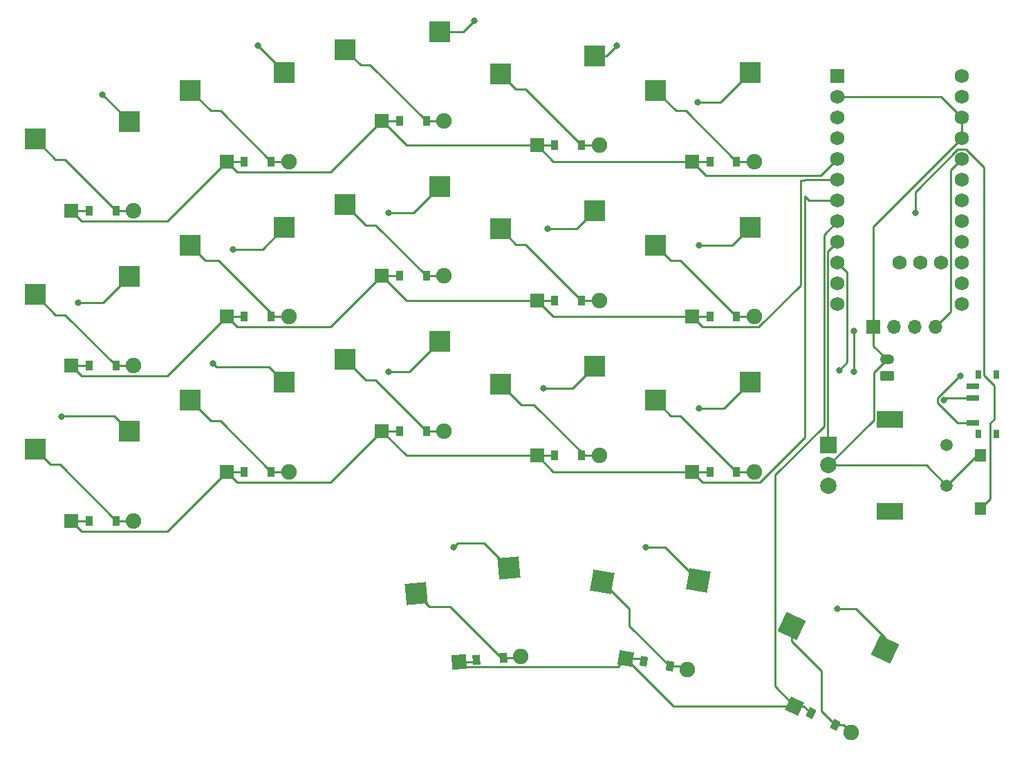
<source format=gbr>
%TF.GenerationSoftware,KiCad,Pcbnew,8.0.1*%
%TF.CreationDate,2024-03-26T11:55:02+01:00*%
%TF.ProjectId,main_board,6d61696e-5f62-46f6-9172-642e6b696361,v1.0.0*%
%TF.SameCoordinates,Original*%
%TF.FileFunction,Copper,L1,Top*%
%TF.FilePolarity,Positive*%
%FSLAX46Y46*%
G04 Gerber Fmt 4.6, Leading zero omitted, Abs format (unit mm)*
G04 Created by KiCad (PCBNEW 8.0.1) date 2024-03-26 11:55:02*
%MOMM*%
%LPD*%
G01*
G04 APERTURE LIST*
G04 Aperture macros list*
%AMRoundRect*
0 Rectangle with rounded corners*
0 $1 Rounding radius*
0 $2 $3 $4 $5 $6 $7 $8 $9 X,Y pos of 4 corners*
0 Add a 4 corners polygon primitive as box body*
4,1,4,$2,$3,$4,$5,$6,$7,$8,$9,$2,$3,0*
0 Add four circle primitives for the rounded corners*
1,1,$1+$1,$2,$3*
1,1,$1+$1,$4,$5*
1,1,$1+$1,$6,$7*
1,1,$1+$1,$8,$9*
0 Add four rect primitives between the rounded corners*
20,1,$1+$1,$2,$3,$4,$5,0*
20,1,$1+$1,$4,$5,$6,$7,0*
20,1,$1+$1,$6,$7,$8,$9,0*
20,1,$1+$1,$8,$9,$2,$3,0*%
%AMRotRect*
0 Rectangle, with rotation*
0 The origin of the aperture is its center*
0 $1 length*
0 $2 width*
0 $3 Rotation angle, in degrees counterclockwise*
0 Add horizontal line*
21,1,$1,$2,0,0,$3*%
G04 Aperture macros list end*
%TA.AperFunction,ComponentPad*%
%ADD10R,1.778000X1.778000*%
%TD*%
%TA.AperFunction,SMDPad,CuDef*%
%ADD11R,0.900000X1.200000*%
%TD*%
%TA.AperFunction,ComponentPad*%
%ADD12C,1.905000*%
%TD*%
%TA.AperFunction,ComponentPad*%
%ADD13R,3.200000X2.000000*%
%TD*%
%TA.AperFunction,ComponentPad*%
%ADD14C,1.500000*%
%TD*%
%TA.AperFunction,ComponentPad*%
%ADD15R,2.000000X2.000000*%
%TD*%
%TA.AperFunction,ComponentPad*%
%ADD16C,2.000000*%
%TD*%
%TA.AperFunction,SMDPad,CuDef*%
%ADD17R,2.600000X2.600000*%
%TD*%
%TA.AperFunction,SMDPad,CuDef*%
%ADD18RotRect,2.600000X2.600000X350.000000*%
%TD*%
%TA.AperFunction,ComponentPad*%
%ADD19RotRect,1.778000X1.778000X335.000000*%
%TD*%
%TA.AperFunction,SMDPad,CuDef*%
%ADD20RotRect,0.900000X1.200000X335.000000*%
%TD*%
%TA.AperFunction,SMDPad,CuDef*%
%ADD21RotRect,2.600000X2.600000X5.000000*%
%TD*%
%TA.AperFunction,ComponentPad*%
%ADD22RotRect,1.778000X1.778000X350.000000*%
%TD*%
%TA.AperFunction,SMDPad,CuDef*%
%ADD23RotRect,0.900000X1.200000X350.000000*%
%TD*%
%TA.AperFunction,ComponentPad*%
%ADD24R,1.400000X1.500000*%
%TD*%
%TA.AperFunction,ComponentPad*%
%ADD25R,1.752600X1.752600*%
%TD*%
%TA.AperFunction,ComponentPad*%
%ADD26C,1.752600*%
%TD*%
%TA.AperFunction,ComponentPad*%
%ADD27R,1.700000X1.700000*%
%TD*%
%TA.AperFunction,ComponentPad*%
%ADD28O,1.700000X1.700000*%
%TD*%
%TA.AperFunction,SMDPad,CuDef*%
%ADD29RotRect,2.600000X2.600000X335.000000*%
%TD*%
%TA.AperFunction,ComponentPad*%
%ADD30RoundRect,0.250000X0.625000X-0.350000X0.625000X0.350000X-0.625000X0.350000X-0.625000X-0.350000X0*%
%TD*%
%TA.AperFunction,ComponentPad*%
%ADD31O,1.750000X1.200000*%
%TD*%
%TA.AperFunction,SMDPad,CuDef*%
%ADD32R,0.800000X1.000000*%
%TD*%
%TA.AperFunction,SMDPad,CuDef*%
%ADD33R,1.500000X0.700000*%
%TD*%
%TA.AperFunction,ComponentPad*%
%ADD34RotRect,1.778000X1.778000X5.000000*%
%TD*%
%TA.AperFunction,SMDPad,CuDef*%
%ADD35RotRect,0.900000X1.200000X5.000000*%
%TD*%
%TA.AperFunction,ViaPad*%
%ADD36C,0.800000*%
%TD*%
%TA.AperFunction,Conductor*%
%ADD37C,0.250000*%
%TD*%
G04 APERTURE END LIST*
D10*
%TO.P,D3,1*%
%TO.N,P21*%
X187190000Y-54250000D03*
D11*
X189350000Y-54250000D03*
%TO.P,D3,2*%
%TO.N,pinky_top*%
X192650000Y-54250000D03*
D12*
X194810000Y-54250000D03*
%TD*%
D13*
%TO.P,ROT1,*%
%TO.N,*%
X287380000Y-79860000D03*
X287380000Y-91060000D03*
D14*
%TO.P,ROT1,1*%
%TO.N,P16*%
X294380000Y-82960000D03*
%TO.P,ROT1,2*%
%TO.N,GND*%
X294380000Y-87960000D03*
D15*
%TO.P,ROT1,A*%
%TO.N,P15*%
X279880000Y-82960000D03*
D16*
%TO.P,ROT1,B*%
%TO.N,P14*%
X279880000Y-87960000D03*
%TO.P,ROT1,C*%
%TO.N,GND*%
X279880000Y-85460000D03*
%TD*%
D17*
%TO.P,S3,1*%
%TO.N,P9*%
X194275000Y-43300000D03*
%TO.P,S3,2*%
%TO.N,pinky_top*%
X182725000Y-45500000D03*
%TD*%
D18*
%TO.P,S17,1*%
%TO.N,P6*%
X263976258Y-99576528D03*
%TO.P,S17,2*%
%TO.N,layer_cluster*%
X252219703Y-99737468D03*
%TD*%
D19*
%TO.P,D18,1*%
%TO.N,P18*%
X275759281Y-114933613D03*
D20*
X277716906Y-115846469D03*
%TO.P,D18,2*%
%TO.N,space_cluster*%
X280707722Y-117241109D03*
D12*
X282665347Y-118153965D03*
%TD*%
D17*
%TO.P,S1,1*%
%TO.N,P9*%
X194275000Y-81300000D03*
%TO.P,S1,2*%
%TO.N,pinky_bottom*%
X182725000Y-83500000D03*
%TD*%
D21*
%TO.P,S16,1*%
%TO.N,P7*%
X240721714Y-97996910D03*
%TO.P,S16,2*%
%TO.N,mod_cluster*%
X229407408Y-101195188D03*
%TD*%
D17*
%TO.P,S15,1*%
%TO.N,P5*%
X270275000Y-37300000D03*
%TO.P,S15,2*%
%TO.N,inner_top*%
X258725000Y-39500000D03*
%TD*%
D10*
%TO.P,D15,1*%
%TO.N,P21*%
X263190000Y-48250000D03*
D11*
X265350000Y-48250000D03*
%TO.P,D15,2*%
%TO.N,inner_top*%
X268650000Y-48250000D03*
D12*
X270810000Y-48250000D03*
%TD*%
D17*
%TO.P,S14,1*%
%TO.N,P5*%
X270275000Y-56300000D03*
%TO.P,S14,2*%
%TO.N,inner_home*%
X258725000Y-58500000D03*
%TD*%
%TO.P,S9,1*%
%TO.N,P7*%
X232275000Y-32300000D03*
%TO.P,S9,2*%
%TO.N,middle_top*%
X220725000Y-34500000D03*
%TD*%
D22*
%TO.P,D17,1*%
%TO.N,P18*%
X255097445Y-109129875D03*
D23*
X257224632Y-109504956D03*
%TO.P,D17,2*%
%TO.N,layer_cluster*%
X260474498Y-110077994D03*
D12*
X262601685Y-110453075D03*
%TD*%
D10*
%TO.P,D8,1*%
%TO.N,P20*%
X225190000Y-62250000D03*
D11*
X227350000Y-62250000D03*
%TO.P,D8,2*%
%TO.N,middle_home*%
X230650000Y-62250000D03*
D12*
X232810000Y-62250000D03*
%TD*%
D17*
%TO.P,S10,1*%
%TO.N,P6*%
X251275000Y-73300000D03*
%TO.P,S10,2*%
%TO.N,index_bottom*%
X239725000Y-75500000D03*
%TD*%
D10*
%TO.P,D6,1*%
%TO.N,P21*%
X206190000Y-48250000D03*
D11*
X208350000Y-48250000D03*
%TO.P,D6,2*%
%TO.N,ring_top*%
X211650000Y-48250000D03*
D12*
X213810000Y-48250000D03*
%TD*%
D10*
%TO.P,D4,1*%
%TO.N,P19*%
X206190000Y-86250000D03*
D11*
X208350000Y-86250000D03*
%TO.P,D4,2*%
%TO.N,ring_bottom*%
X211650000Y-86250000D03*
D12*
X213810000Y-86250000D03*
%TD*%
D17*
%TO.P,S4,1*%
%TO.N,P8*%
X213275000Y-75300000D03*
%TO.P,S4,2*%
%TO.N,ring_bottom*%
X201725000Y-77500000D03*
%TD*%
%TO.P,S6,1*%
%TO.N,P8*%
X213275000Y-37300000D03*
%TO.P,S6,2*%
%TO.N,ring_top*%
X201725000Y-39500000D03*
%TD*%
D10*
%TO.P,D5,1*%
%TO.N,P20*%
X206190000Y-67250000D03*
D11*
X208350000Y-67250000D03*
%TO.P,D5,2*%
%TO.N,ring_home*%
X211650000Y-67250000D03*
D12*
X213810000Y-67250000D03*
%TD*%
D10*
%TO.P,D12,1*%
%TO.N,P21*%
X244190000Y-46250000D03*
D11*
X246350000Y-46250000D03*
%TO.P,D12,2*%
%TO.N,index_top*%
X249650000Y-46250000D03*
D12*
X251810000Y-46250000D03*
%TD*%
D24*
%TO.P,S19,1*%
%TO.N,RST*%
X298500000Y-90750000D03*
%TO.P,S19,2*%
%TO.N,GND*%
X298500000Y-84250000D03*
%TD*%
D17*
%TO.P,S11,1*%
%TO.N,P6*%
X251275000Y-54300000D03*
%TO.P,S11,2*%
%TO.N,index_home*%
X239725000Y-56500000D03*
%TD*%
D10*
%TO.P,D1,1*%
%TO.N,P19*%
X187190000Y-92250000D03*
D11*
X189350000Y-92250000D03*
%TO.P,D1,2*%
%TO.N,pinky_bottom*%
X192650000Y-92250000D03*
D12*
X194810000Y-92250000D03*
%TD*%
D10*
%TO.P,D9,1*%
%TO.N,P21*%
X225190000Y-43250000D03*
D11*
X227350000Y-43250000D03*
%TO.P,D9,2*%
%TO.N,middle_top*%
X230650000Y-43250000D03*
D12*
X232810000Y-43250000D03*
%TD*%
D17*
%TO.P,S8,1*%
%TO.N,P7*%
X232275000Y-51300000D03*
%TO.P,S8,2*%
%TO.N,middle_home*%
X220725000Y-53500000D03*
%TD*%
D10*
%TO.P,D10,1*%
%TO.N,P19*%
X244190000Y-84250000D03*
D11*
X246350000Y-84250000D03*
%TO.P,D10,2*%
%TO.N,index_bottom*%
X249650000Y-84250000D03*
D12*
X251810000Y-84250000D03*
%TD*%
D25*
%TO.P,MCU1,1*%
%TO.N,RAW*%
X280980000Y-37780000D03*
D26*
%TO.P,MCU1,2*%
%TO.N,GND*%
X280980000Y-40320000D03*
%TO.P,MCU1,3*%
%TO.N,RST*%
X280980000Y-42860000D03*
%TO.P,MCU1,4*%
%TO.N,VCC*%
X280980000Y-45400000D03*
%TO.P,MCU1,5*%
%TO.N,P21*%
X280980000Y-47940000D03*
%TO.P,MCU1,6*%
%TO.N,P20*%
X280980000Y-50480000D03*
%TO.P,MCU1,7*%
%TO.N,P19*%
X280980000Y-53020000D03*
%TO.P,MCU1,8*%
%TO.N,P18*%
X280980000Y-55560000D03*
%TO.P,MCU1,9*%
%TO.N,P15*%
X280980000Y-58100000D03*
%TO.P,MCU1,10*%
%TO.N,P14*%
X280980000Y-60640000D03*
%TO.P,MCU1,11*%
%TO.N,P16*%
X280980000Y-63180000D03*
%TO.P,MCU1,12*%
%TO.N,P10*%
X280980000Y-65720000D03*
%TO.P,MCU1,13*%
%TO.N,P1*%
X296220000Y-37780000D03*
%TO.P,MCU1,14*%
%TO.N,P0*%
X296220000Y-40320000D03*
%TO.P,MCU1,15*%
%TO.N,GND*%
X296220000Y-42860000D03*
%TO.P,MCU1,16*%
X296220000Y-45400000D03*
%TO.P,MCU1,17*%
%TO.N,P2*%
X296220000Y-47940000D03*
%TO.P,MCU1,18*%
%TO.N,P3*%
X296220000Y-50480000D03*
%TO.P,MCU1,19*%
%TO.N,P4*%
X296220000Y-53020000D03*
%TO.P,MCU1,20*%
%TO.N,P5*%
X296220000Y-55560000D03*
%TO.P,MCU1,21*%
%TO.N,P6*%
X296220000Y-58100000D03*
%TO.P,MCU1,22*%
%TO.N,P7*%
X296220000Y-60640000D03*
%TO.P,MCU1,23*%
%TO.N,P8*%
X296220000Y-63180000D03*
%TO.P,MCU1,24*%
%TO.N,P9*%
X296220000Y-65720000D03*
%TO.P,MCU1,25*%
%TO.N,NN_101*%
X293680000Y-60640000D03*
%TO.P,MCU1,26*%
%TO.N,NN_102*%
X291140000Y-60640000D03*
%TO.P,MCU1,27*%
%TO.N,NN_107*%
X288600000Y-60640000D03*
%TD*%
D17*
%TO.P,S7,1*%
%TO.N,P7*%
X232275000Y-70300000D03*
%TO.P,S7,2*%
%TO.N,middle_bottom*%
X220725000Y-72500000D03*
%TD*%
D27*
%TO.P,OLED1,1*%
%TO.N,GND*%
X285380000Y-68500000D03*
D28*
%TO.P,OLED1,2*%
%TO.N,VCC*%
X287920000Y-68500000D03*
%TO.P,OLED1,3*%
%TO.N,P3*%
X290460000Y-68500000D03*
%TO.P,OLED1,4*%
%TO.N,P2*%
X293000000Y-68500000D03*
%TD*%
D29*
%TO.P,S18,1*%
%TO.N,P5*%
X286808142Y-108003793D03*
%TO.P,S18,2*%
%TO.N,space_cluster*%
X275410527Y-105116430D03*
%TD*%
D30*
%TO.P,_1,1*%
%TO.N,pos*%
X287050000Y-74500000D03*
D31*
%TO.P,_1,2*%
%TO.N,GND*%
X287050000Y-72500000D03*
%TD*%
D10*
%TO.P,D14,1*%
%TO.N,P20*%
X263190000Y-67250000D03*
D11*
X265350000Y-67250000D03*
%TO.P,D14,2*%
%TO.N,inner_home*%
X268650000Y-67250000D03*
D12*
X270810000Y-67250000D03*
%TD*%
D10*
%TO.P,D13,1*%
%TO.N,P19*%
X263190000Y-86250000D03*
D11*
X265350000Y-86250000D03*
%TO.P,D13,2*%
%TO.N,inner_bottom*%
X268650000Y-86250000D03*
D12*
X270810000Y-86250000D03*
%TD*%
D17*
%TO.P,S13,1*%
%TO.N,P5*%
X270275000Y-75300000D03*
%TO.P,S13,2*%
%TO.N,inner_bottom*%
X258725000Y-77500000D03*
%TD*%
D10*
%TO.P,D7,1*%
%TO.N,P19*%
X225190000Y-81250000D03*
D11*
X227350000Y-81250000D03*
%TO.P,D7,2*%
%TO.N,middle_bottom*%
X230650000Y-81250000D03*
D12*
X232810000Y-81250000D03*
%TD*%
D17*
%TO.P,S2,1*%
%TO.N,P9*%
X194275000Y-62300000D03*
%TO.P,S2,2*%
%TO.N,pinky_home*%
X182725000Y-64500000D03*
%TD*%
D32*
%TO.P,T1,*%
%TO.N,*%
X298220000Y-81650000D03*
X300430000Y-81650000D03*
D33*
X297570000Y-75750000D03*
D32*
X298220000Y-74350000D03*
X300430000Y-74350000D03*
D33*
%TO.P,T1,1*%
%TO.N,pos*%
X297570000Y-80250000D03*
%TO.P,T1,2*%
%TO.N,RAW*%
X297570000Y-77250000D03*
%TD*%
D10*
%TO.P,D2,1*%
%TO.N,P20*%
X187190000Y-73250000D03*
D11*
X189350000Y-73250000D03*
%TO.P,D2,2*%
%TO.N,pinky_home*%
X192650000Y-73250000D03*
D12*
X194810000Y-73250000D03*
%TD*%
D17*
%TO.P,S12,1*%
%TO.N,P6*%
X251275000Y-35300000D03*
%TO.P,S12,2*%
%TO.N,index_top*%
X239725000Y-37500000D03*
%TD*%
%TO.P,S5,1*%
%TO.N,P8*%
X213275000Y-56300000D03*
%TO.P,S5,2*%
%TO.N,ring_home*%
X201725000Y-58500000D03*
%TD*%
D10*
%TO.P,D11,1*%
%TO.N,P20*%
X244190000Y-65250000D03*
D11*
X246350000Y-65250000D03*
%TO.P,D11,2*%
%TO.N,index_home*%
X249650000Y-65250000D03*
D12*
X251810000Y-65250000D03*
%TD*%
D34*
%TO.P,D16,1*%
%TO.N,P18*%
X234618030Y-109522740D03*
D35*
X236769811Y-109334484D03*
%TO.P,D16,2*%
%TO.N,mod_cluster*%
X240057253Y-109046870D03*
D12*
X242209034Y-108858614D03*
%TD*%
D36*
%TO.N,P14*%
X281205000Y-73795000D03*
%TO.N,P16*%
X283000000Y-74000000D03*
X283000000Y-69000000D03*
%TO.N,P7*%
X236500000Y-31000000D03*
X226000000Y-74000000D03*
X234000000Y-95500000D03*
X226000000Y-54500000D03*
%TO.N,P9*%
X188000000Y-65500000D03*
X191000000Y-40000000D03*
X186000000Y-79500000D03*
%TO.N,RAW*%
X294000000Y-77500000D03*
%TO.N,RST*%
X290500000Y-54500000D03*
%TO.N,P5*%
X263908902Y-40942671D03*
X281000000Y-103000000D03*
X264000000Y-78500000D03*
X264000000Y-58500000D03*
%TO.N,P6*%
X254000000Y-34000000D03*
X245500000Y-56500000D03*
X257500000Y-95500000D03*
X245000000Y-76000000D03*
%TO.N,P8*%
X210000000Y-34000000D03*
X207000000Y-59000000D03*
X204500000Y-73000000D03*
%TO.N,pos*%
X296000000Y-74500000D03*
%TD*%
D37*
%TO.N,P14*%
X282181300Y-61841300D02*
X280980000Y-60640000D01*
X282181300Y-72818700D02*
X282181300Y-61841300D01*
X281205000Y-73795000D02*
X282181300Y-72818700D01*
%TO.N,pinky_bottom*%
X182725000Y-83500000D02*
X184600000Y-85375000D01*
X192650000Y-92250000D02*
X194810000Y-92250000D01*
X185775000Y-85375000D02*
X192650000Y-92250000D01*
X184600000Y-85375000D02*
X185775000Y-85375000D01*
%TO.N,pinky_home*%
X185249100Y-67024100D02*
X186424100Y-67024100D01*
X182725000Y-64500000D02*
X185249100Y-67024100D01*
X194810000Y-73250000D02*
X192650000Y-73250000D01*
X186424100Y-67024100D02*
X192650000Y-73250000D01*
%TO.N,pinky_top*%
X185249100Y-48024100D02*
X186424100Y-48024100D01*
X186424100Y-48024100D02*
X192650000Y-54250000D01*
X182725000Y-45500000D02*
X185249100Y-48024100D01*
X192650000Y-54250000D02*
X194810000Y-54250000D01*
%TO.N,P16*%
X283000000Y-74000000D02*
X283000000Y-73500000D01*
X283000000Y-73500000D02*
X283000000Y-69000000D01*
%TO.N,ring_bottom*%
X205424100Y-80024100D02*
X211650000Y-86250000D01*
X201725000Y-77500000D02*
X204249100Y-80024100D01*
X211650000Y-86250000D02*
X213810000Y-86250000D01*
X204249100Y-80024100D02*
X205424100Y-80024100D01*
%TO.N,ring_home*%
X203600000Y-60375000D02*
X205170001Y-60375000D01*
X212045001Y-67250000D02*
X211650000Y-67250000D01*
X211650000Y-67250000D02*
X213810000Y-67250000D01*
X201725000Y-58500000D02*
X203600000Y-60375000D01*
X205170001Y-60375000D02*
X212045001Y-67250000D01*
%TO.N,ring_top*%
X204249100Y-42024100D02*
X205424100Y-42024100D01*
X211650000Y-48250000D02*
X213810000Y-48250000D01*
X201725000Y-39500000D02*
X204249100Y-42024100D01*
X205424100Y-42024100D02*
X211650000Y-48250000D01*
%TO.N,middle_bottom*%
X224424100Y-75024100D02*
X230650000Y-81250000D01*
X223249100Y-75024100D02*
X224424100Y-75024100D01*
X230650000Y-81250000D02*
X232810000Y-81250000D01*
X220725000Y-72500000D02*
X223249100Y-75024100D01*
%TO.N,middle_home*%
X230650000Y-62250000D02*
X232810000Y-62250000D01*
X220725000Y-53500000D02*
X223249100Y-56024100D01*
X223249100Y-56024100D02*
X224424100Y-56024100D01*
X224424100Y-56024100D02*
X230650000Y-62250000D01*
%TO.N,middle_top*%
X222600000Y-36375000D02*
X223775000Y-36375000D01*
X230650000Y-43250000D02*
X232810000Y-43250000D01*
X223775000Y-36375000D02*
X230650000Y-43250000D01*
X220725000Y-34500000D02*
X222600000Y-36375000D01*
%TO.N,P7*%
X237724804Y-95000000D02*
X240721714Y-97996910D01*
X234000000Y-95500000D02*
X234500000Y-95000000D01*
X235200000Y-32300000D02*
X232275000Y-32300000D01*
X229075000Y-54500000D02*
X232275000Y-51300000D01*
X236500000Y-31000000D02*
X235200000Y-32300000D01*
X226000000Y-54500000D02*
X229075000Y-54500000D01*
X234500000Y-95000000D02*
X237724804Y-95000000D01*
X232275000Y-70300000D02*
X228575000Y-74000000D01*
X228575000Y-74000000D02*
X226000000Y-74000000D01*
%TO.N,index_bottom*%
X242249100Y-78024100D02*
X243819101Y-78024100D01*
X250045001Y-84250000D02*
X249650000Y-84250000D01*
X243819101Y-78024100D02*
X250045001Y-84250000D01*
X249650000Y-84250000D02*
X251810000Y-84250000D01*
X239725000Y-75500000D02*
X242249100Y-78024100D01*
%TO.N,index_home*%
X241600000Y-58375000D02*
X242775000Y-58375000D01*
X239725000Y-56500000D02*
X241600000Y-58375000D01*
X249650000Y-65250000D02*
X251810000Y-65250000D01*
X242775000Y-58375000D02*
X249650000Y-65250000D01*
%TO.N,index_top*%
X239725000Y-37500000D02*
X241600000Y-39375000D01*
X249650000Y-46250000D02*
X251810000Y-46250000D01*
X242775000Y-39375000D02*
X249650000Y-46250000D01*
X241600000Y-39375000D02*
X242775000Y-39375000D01*
%TO.N,P9*%
X194275000Y-43275000D02*
X194275000Y-43300000D01*
X192400000Y-79425000D02*
X186075000Y-79425000D01*
X191075000Y-65500000D02*
X194275000Y-62300000D01*
X191000000Y-40000000D02*
X194275000Y-43275000D01*
X194275000Y-81300000D02*
X192400000Y-79425000D01*
X186075000Y-79425000D02*
X186000000Y-79500000D01*
X188000000Y-65500000D02*
X191075000Y-65500000D01*
%TO.N,inner_bottom*%
X258725000Y-77500000D02*
X260600000Y-79375000D01*
X260600000Y-79375000D02*
X261775000Y-79375000D01*
X268650000Y-86250000D02*
X270810000Y-86250000D01*
X261775000Y-79375000D02*
X268650000Y-86250000D01*
%TO.N,inner_home*%
X261775000Y-60375000D02*
X268650000Y-67250000D01*
X270810000Y-67250000D02*
X268650000Y-67250000D01*
X260600000Y-60375000D02*
X261775000Y-60375000D01*
X258725000Y-58500000D02*
X260600000Y-60375000D01*
%TO.N,inner_top*%
X261249100Y-42024100D02*
X262424100Y-42024100D01*
X268650000Y-48250000D02*
X270810000Y-48250000D01*
X258725000Y-39500000D02*
X261249100Y-42024100D01*
X262424100Y-42024100D02*
X268650000Y-48250000D01*
%TO.N,mod_cluster*%
X230996973Y-102784753D02*
X233597803Y-102784753D01*
X233597803Y-102784753D02*
X239859920Y-109046870D01*
X242020778Y-109046870D02*
X242209034Y-108858614D01*
X239859920Y-109046870D02*
X240057253Y-109046870D01*
X240057253Y-109046870D02*
X242020778Y-109046870D01*
X229407408Y-101195188D02*
X230996973Y-102784753D01*
%TO.N,layer_cluster*%
X255527263Y-103045028D02*
X255527263Y-105130759D01*
X260474498Y-110077994D02*
X262226604Y-110077994D01*
X262226604Y-110077994D02*
X262601685Y-110453075D01*
X255527263Y-105130759D02*
X260474498Y-110077994D01*
X252219703Y-99737468D02*
X255527263Y-103045028D01*
%TO.N,space_cluster*%
X280707722Y-117241109D02*
X281752491Y-117241109D01*
X275410527Y-107023981D02*
X279000000Y-110613454D01*
X279000000Y-110613454D02*
X279000000Y-115533387D01*
X281752491Y-117241109D02*
X282665347Y-118153965D01*
X279000000Y-115533387D02*
X280707722Y-117241109D01*
X275410527Y-105116430D02*
X275410527Y-107023981D01*
%TO.N,RAW*%
X297570000Y-77250000D02*
X294250000Y-77250000D01*
X294250000Y-77250000D02*
X294000000Y-77500000D01*
%TO.N,GND*%
X280980000Y-40320000D02*
X293680000Y-40320000D01*
X298090000Y-84250000D02*
X294380000Y-87960000D01*
X279880000Y-85460000D02*
X285455000Y-79885000D01*
X296220000Y-45400000D02*
X285380000Y-56240000D01*
X285455000Y-74095000D02*
X287050000Y-72500000D01*
X279880000Y-85460000D02*
X291880000Y-85460000D01*
X285380000Y-68500000D02*
X285380000Y-70830000D01*
X285380000Y-56240000D02*
X285380000Y-68500000D01*
X291880000Y-85460000D02*
X294380000Y-87960000D01*
X293680000Y-40320000D02*
X296220000Y-42860000D01*
X298500000Y-84250000D02*
X298090000Y-84250000D01*
X285455000Y-79885000D02*
X285455000Y-74095000D01*
X285380000Y-70830000D02*
X287050000Y-72500000D01*
X296220000Y-42860000D02*
X296220000Y-45400000D01*
%TO.N,RST*%
X299705000Y-80295000D02*
X300155000Y-79845000D01*
X299705000Y-89545000D02*
X299705000Y-80295000D01*
X298945000Y-48966105D02*
X296717595Y-46738700D01*
X296717595Y-46738700D02*
X295722405Y-46738700D01*
X300155000Y-79845000D02*
X300155000Y-75655000D01*
X300155000Y-75655000D02*
X298945000Y-74445000D01*
X298945000Y-74445000D02*
X298945000Y-48966105D01*
X295722405Y-46738700D02*
X290500000Y-51961105D01*
X298500000Y-90750000D02*
X299705000Y-89545000D01*
X290500000Y-51961105D02*
X290500000Y-54500000D01*
%TO.N,P21*%
X207467500Y-49527500D02*
X218912500Y-49527500D01*
X263190000Y-48250000D02*
X265350000Y-48250000D01*
X225250000Y-43250000D02*
X228250000Y-46250000D01*
X228250000Y-46250000D02*
X244190000Y-46250000D01*
X225190000Y-43250000D02*
X225250000Y-43250000D01*
X244190000Y-46250000D02*
X246190000Y-48250000D01*
X187190000Y-54250000D02*
X189350000Y-54250000D01*
X264922405Y-49982405D02*
X278937595Y-49982405D01*
X263190000Y-48250000D02*
X264922405Y-49982405D01*
X188467500Y-55527500D02*
X198912500Y-55527500D01*
X278937595Y-49982405D02*
X280980000Y-47940000D01*
X244190000Y-46250000D02*
X246350000Y-46250000D01*
X206190000Y-48250000D02*
X207467500Y-49527500D01*
X218912500Y-49527500D02*
X225190000Y-43250000D01*
X198912500Y-55527500D02*
X206190000Y-48250000D01*
X206190000Y-48250000D02*
X208350000Y-48250000D01*
X225190000Y-43250000D02*
X227350000Y-43250000D01*
X187190000Y-54250000D02*
X188467500Y-55527500D01*
X246190000Y-48250000D02*
X263190000Y-48250000D01*
%TO.N,P20*%
X246190000Y-67250000D02*
X263190000Y-67250000D01*
X276500000Y-50500000D02*
X277000000Y-50500000D01*
X244190000Y-65250000D02*
X246190000Y-67250000D01*
X206190000Y-67250000D02*
X207467500Y-68527500D01*
X187190000Y-73250000D02*
X189350000Y-73250000D01*
X244190000Y-65250000D02*
X246350000Y-65250000D01*
X263190000Y-67250000D02*
X265350000Y-67250000D01*
X218912500Y-68527500D02*
X225190000Y-62250000D01*
X225190000Y-62250000D02*
X227350000Y-62250000D01*
X276500000Y-63366658D02*
X276500000Y-50500000D01*
X225190000Y-62250000D02*
X228190000Y-65250000D01*
X277020000Y-50480000D02*
X280980000Y-50480000D01*
X263190000Y-67250000D02*
X264467500Y-68527500D01*
X206190000Y-67250000D02*
X208350000Y-67250000D01*
X187190000Y-73250000D02*
X188467500Y-74527500D01*
X228190000Y-65250000D02*
X244190000Y-65250000D01*
X271339158Y-68527500D02*
X276500000Y-63366658D01*
X188467500Y-74527500D02*
X198912500Y-74527500D01*
X207467500Y-68527500D02*
X218912500Y-68527500D01*
X264467500Y-68527500D02*
X271339158Y-68527500D01*
X198912500Y-74527500D02*
X206190000Y-67250000D01*
X277000000Y-50500000D02*
X277020000Y-50480000D01*
%TO.N,P19*%
X246190000Y-86250000D02*
X263190000Y-86250000D01*
X264467500Y-87527500D02*
X271472500Y-87527500D01*
X263190000Y-86250000D02*
X265350000Y-86250000D01*
X277520000Y-53020000D02*
X280980000Y-53020000D01*
X206190000Y-86250000D02*
X208350000Y-86250000D01*
X207467500Y-87527500D02*
X218912500Y-87527500D01*
X187190000Y-92250000D02*
X189350000Y-92250000D01*
X187190000Y-92250000D02*
X188467500Y-93527500D01*
X206190000Y-86250000D02*
X207467500Y-87527500D01*
X271472500Y-87527500D02*
X277000000Y-82000000D01*
X244190000Y-84250000D02*
X246350000Y-84250000D01*
X277000000Y-52500000D02*
X277520000Y-53020000D01*
X188467500Y-93527500D02*
X198912500Y-93527500D01*
X277000000Y-82000000D02*
X277000000Y-52500000D01*
X225190000Y-81250000D02*
X228190000Y-84250000D01*
X225190000Y-81250000D02*
X227350000Y-81250000D01*
X263190000Y-86250000D02*
X264467500Y-87527500D01*
X218912500Y-87527500D02*
X225190000Y-81250000D01*
X198912500Y-93527500D02*
X206190000Y-86250000D01*
X228190000Y-84250000D02*
X244190000Y-84250000D01*
X244190000Y-84250000D02*
X246190000Y-86250000D01*
%TO.N,P18*%
X256849551Y-109129875D02*
X257224632Y-109504956D01*
X279328700Y-80671300D02*
X279328700Y-57211300D01*
X275759281Y-114933613D02*
X273357923Y-112532255D01*
X279328700Y-57211300D02*
X280980000Y-55560000D01*
X236581555Y-109522740D02*
X236769811Y-109334484D01*
X234618030Y-109522740D02*
X235231404Y-110136114D01*
X276804050Y-114933613D02*
X277716906Y-115846469D01*
X273357923Y-86642077D02*
X279328700Y-80671300D01*
X260901183Y-114933613D02*
X275759281Y-114933613D01*
X235231404Y-110136114D02*
X254091206Y-110136114D01*
X275759281Y-114933613D02*
X276804050Y-114933613D01*
X255097445Y-109129875D02*
X256849551Y-109129875D01*
X234618030Y-109522740D02*
X236581555Y-109522740D01*
X255097445Y-109129875D02*
X260901183Y-114933613D01*
X273357923Y-112532255D02*
X273357923Y-86642077D01*
X254091206Y-110136114D02*
X255097445Y-109129875D01*
%TO.N,P15*%
X279880000Y-82960000D02*
X279778700Y-82858700D01*
X279778700Y-59301300D02*
X280980000Y-58100000D01*
X279778700Y-82858700D02*
X279778700Y-59301300D01*
%TO.N,P2*%
X294881300Y-66618700D02*
X294881300Y-49278700D01*
X294881300Y-49278700D02*
X296220000Y-47940000D01*
X293000000Y-68500000D02*
X294881300Y-66618700D01*
%TO.N,P5*%
X266632329Y-40942671D02*
X263908902Y-40942671D01*
X281000000Y-103000000D02*
X283238740Y-103000000D01*
X268075000Y-58500000D02*
X264000000Y-58500000D01*
X270275000Y-56300000D02*
X268075000Y-58500000D01*
X286808142Y-106569402D02*
X286808142Y-108003793D01*
X283238740Y-103000000D02*
X286808142Y-106569402D01*
X270275000Y-37300000D02*
X266632329Y-40942671D01*
X267075000Y-78500000D02*
X264000000Y-78500000D01*
X270275000Y-75300000D02*
X267075000Y-78500000D01*
%TO.N,P6*%
X249075000Y-56500000D02*
X251275000Y-54300000D01*
X251275000Y-73300000D02*
X248575000Y-76000000D01*
X257500000Y-95500000D02*
X259899730Y-95500000D01*
X251275000Y-35300000D02*
X252700000Y-35300000D01*
X248575000Y-76000000D02*
X245000000Y-76000000D01*
X245500000Y-56500000D02*
X249075000Y-56500000D01*
X252700000Y-35300000D02*
X254000000Y-34000000D01*
X259899730Y-95500000D02*
X263976258Y-99576528D01*
%TO.N,P8*%
X213275000Y-37275000D02*
X210000000Y-34000000D01*
X207000000Y-59000000D02*
X210575000Y-59000000D01*
X213275000Y-37300000D02*
X213275000Y-37275000D01*
X204925000Y-73425000D02*
X204500000Y-73000000D01*
X213275000Y-75300000D02*
X211400000Y-73425000D01*
X211400000Y-73425000D02*
X204925000Y-73425000D01*
X210575000Y-59000000D02*
X213275000Y-56300000D01*
%TO.N,pos*%
X296000000Y-74500000D02*
X295974695Y-74500000D01*
X295724695Y-80250000D02*
X297570000Y-80250000D01*
X295974695Y-74500000D02*
X293275000Y-77199695D01*
X293275000Y-77800305D02*
X295724695Y-80250000D01*
X293275000Y-77199695D02*
X293275000Y-77800305D01*
%TD*%
M02*

</source>
